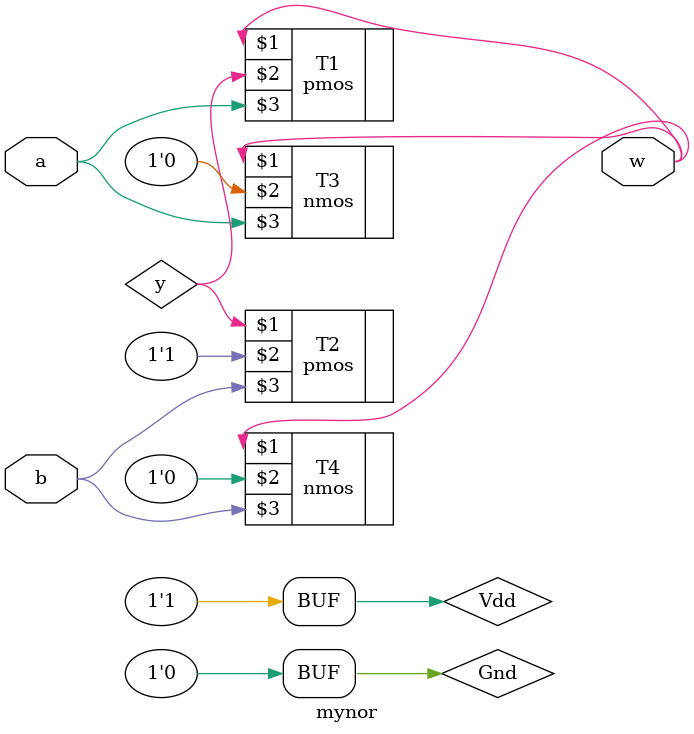
<source format=v>
`timescale 1ns/1ns
module mynor(input a, b, output w);
	wire y;
	supply1 Vdd;
	supply0 Gnd;
	pmos #(5, 6, 7) T1(w, y, a), T2(y, Vdd, b);
	nmos #(3, 4, 5) T3(w, Gnd, a), T4(w, Gnd, b);
endmodule
</source>
